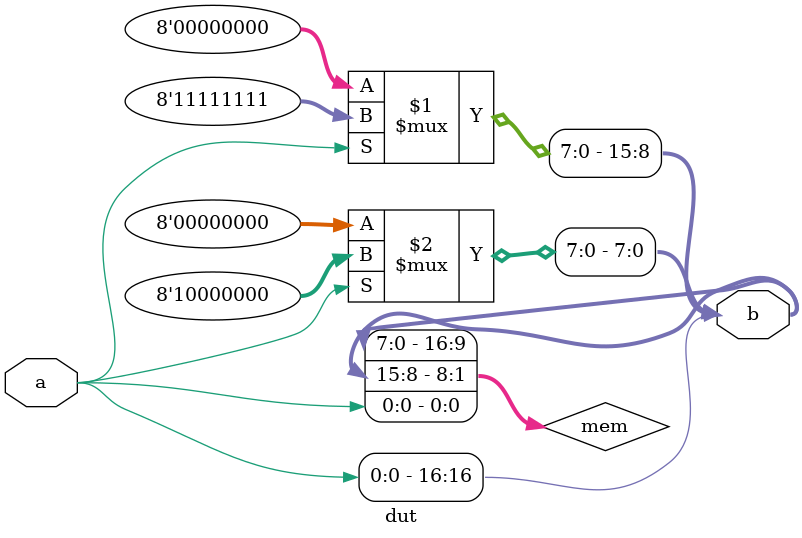
<source format=sv>
/* Generated by Synlig (git sha1 df4491e56, g++ 12.2.0-14 -fPIC -O3) */

(* top =  1  *)
(* src = "/root/synlig/synlig/tests/simple_tests/OneStruct/dut.sv:1.1-32.10" *)
module dut(a, b);
  (* src = "/root/synlig/synlig/tests/simple_tests/OneStruct/dut.sv:1.13-1.14" *)
  input a;
  wire a;
  (* src = "/root/synlig/synlig/tests/simple_tests/OneStruct/dut.sv:1.16-1.17" *)
  output [16:0] b;
  wire [16:0] b;
  (* src = "/root/synlig/synlig/tests/simple_tests/OneStruct/dut.sv:15.9-15.12" *)
  (* wiretype = "\\mem_s" *)
  wire [16:0] mem;
  assign b[15:8] = a ? (* full_case = 32'd1 *) (* src = "/root/synlig/synlig/tests/simple_tests/OneStruct/dut.sv:0.0-0.0|/root/synlig/synlig/tests/simple_tests/OneStruct/dut.sv:18.5-24.8" *) 8'hff : 8'h00;
  assign b[7:0] = a ? (* full_case = 32'd1 *) (* src = "/root/synlig/synlig/tests/simple_tests/OneStruct/dut.sv:0.0-0.0|/root/synlig/synlig/tests/simple_tests/OneStruct/dut.sv:18.5-24.8" *) 8'h80 : 8'h00;
  assign b[16] = a;
  assign mem = { b[7:0], b[15:8], a };
endmodule

</source>
